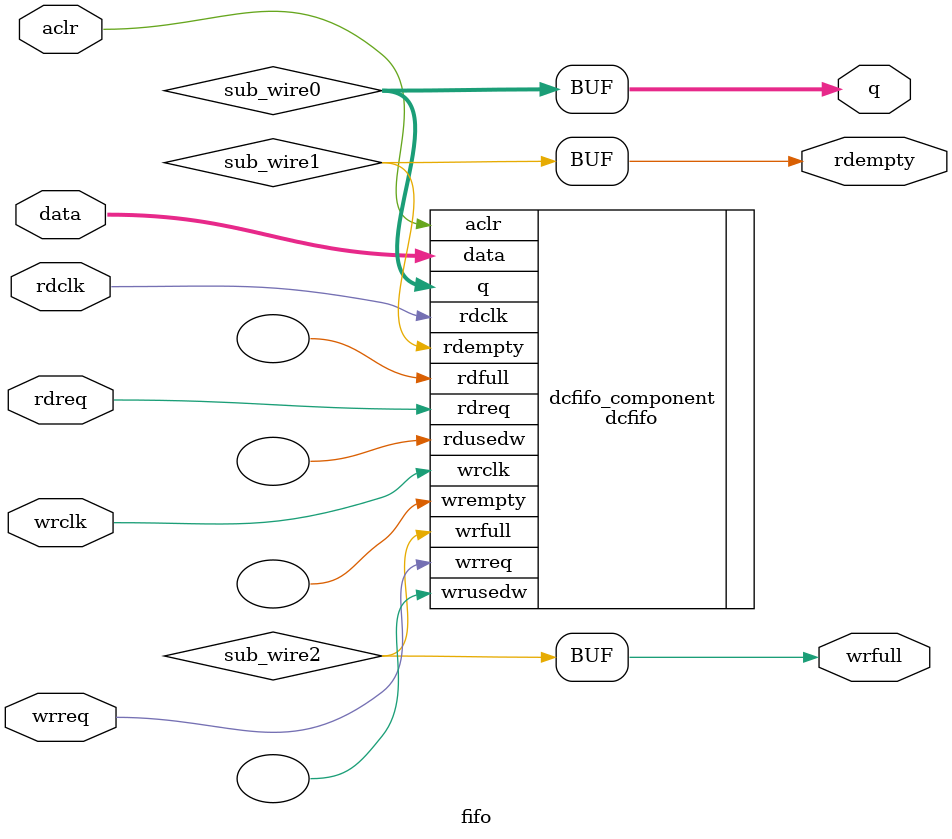
<source format=v>
module fifo (
	aclr,
	data,
	rdclk,
	rdreq,
	wrclk,
	wrreq,
	q,
	rdempty,
	wrfull,
    );
	input	  aclr;
	input	[55:0]  data;
	input	  rdclk;
	input	  rdreq;
	input	  wrclk;
	input	  wrreq;
	output	[55:0]  q;
	output	  rdempty;
	output	  wrfull;
`ifndef ALTERA_RESERVED_QIS
// synopsys translate_off
`endif
	tri0	  aclr;
`ifndef ALTERA_RESERVED_QIS
// synopsys translate_on
`endif
	wire [55:0] sub_wire0;
	wire  sub_wire1;
	wire  sub_wire2;
	wire [55:0] q = sub_wire0[55:0];
	wire  rdempty = sub_wire1;
	wire  wrfull = sub_wire2;
	dcfifo	dcfifo_component (
				.aclr (aclr),
				.data (data),
				.rdclk (rdclk),
				.rdreq (rdreq),
				.wrclk (wrclk),
				.wrreq (wrreq),
				.q (sub_wire0),
				.rdempty (sub_wire1),
				.wrfull (sub_wire2),
				.rdfull (),
				.rdusedw (),
				.wrempty (),
				.wrusedw ());
	defparam
		dcfifo_component.intended_device_family = "Stratix V",
		dcfifo_component.lpm_numwords = 4,
		dcfifo_component.lpm_showahead = "ON",
		dcfifo_component.lpm_type = "dcfifo",
		dcfifo_component.lpm_width = 56,
		dcfifo_component.lpm_widthu = 2,
		dcfifo_component.overflow_checking = "ON",
		dcfifo_component.rdsync_delaypipe = 4,
		dcfifo_component.read_aclr_synch = "OFF",
		dcfifo_component.underflow_checking = "ON",
		dcfifo_component.use_eab = "ON",
		dcfifo_component.write_aclr_synch = "OFF",
		dcfifo_component.wrsync_delaypipe = 4;
endmodule
</source>
